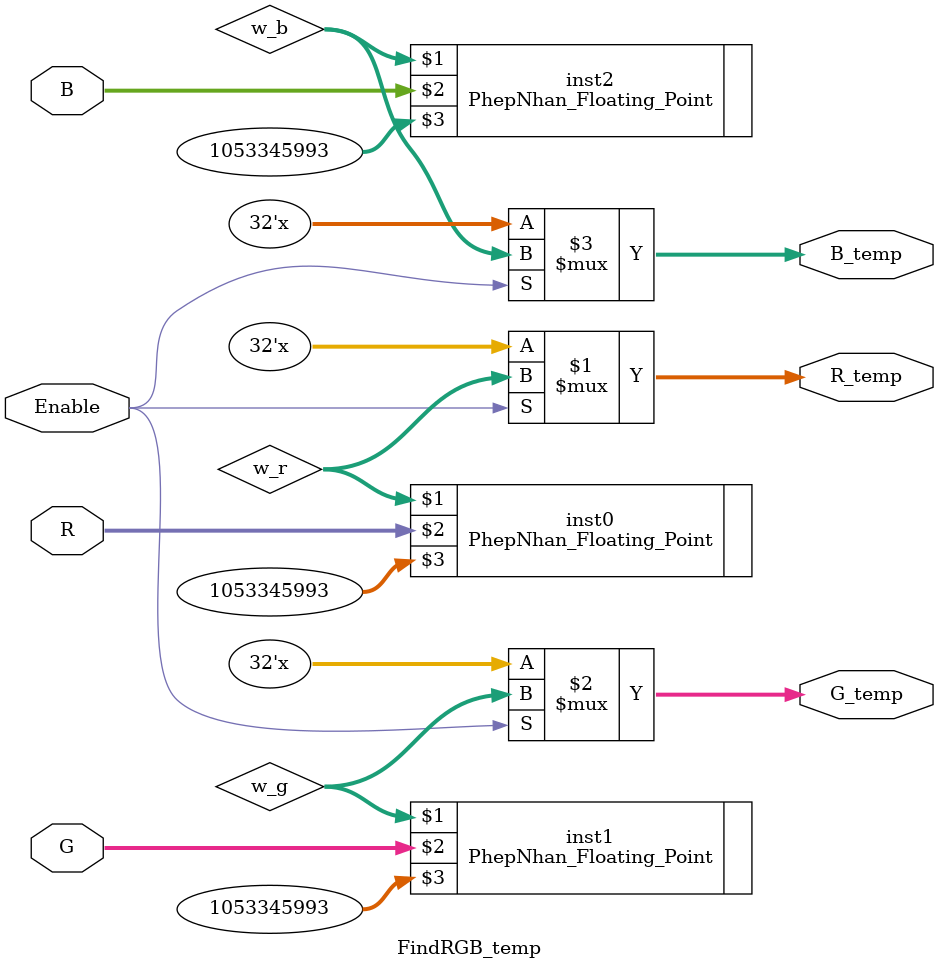
<source format=v>
module FindRGB_temp(R_temp, G_temp, B_temp, R, G, B, Enable);
output [31:0] R_temp, G_temp, B_temp;
input  [31:0] R, G, B;
input  Enable;

wire   [31:0] w_r, w_g, w_b;

PhepNhan_Floating_Point inst0(w_r, R, 32'h3ec8c8c9);
PhepNhan_Floating_Point inst1(w_g, G, 32'h3ec8c8c9);
PhepNhan_Floating_Point inst2(w_b, B, 32'h3ec8c8c9);

assign R_temp = (Enable) ? w_r : 32'bx;
assign G_temp = (Enable) ? w_g : 32'bx;
assign B_temp = (Enable) ? w_b : 32'bx;

endmodule
</source>
